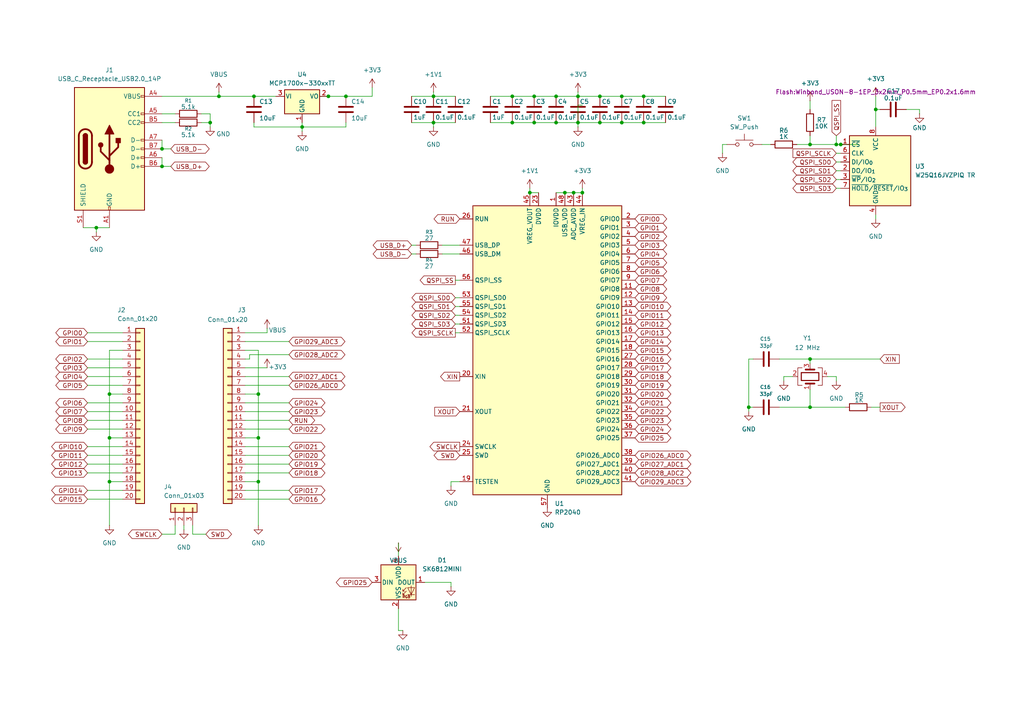
<source format=kicad_sch>
(kicad_sch (version 20250114) (generator "eeschema") (generator_version "9.0")
  (paper "A4")
  (lib_symbols
    (symbol "Connector:USB_C_Receptacle_USB2.0_14P" (pin_names (offset 1.016))
      (property "Reference" "J" (at 0 22.225 0))
      (property "Value" "USB_C_Receptacle_USB2.0_14P" (at 0 19.685 0))
      (symbol "USB_C_Receptacle_USB2.0_14P_1_1"
        (pin passive line (at -7.62 -22.86 90) (length 5.08) (name "SHIELD") (number "S1"))
        (pin passive line (at 0 -22.86 90) (length 5.08) (name "GND") (number "A1"))
        (pin passive line (at 0 -22.86 90) (length 5.08) (hide yes) (name "GND") (number "A12"))
        (pin passive line (at 0 -22.86 90) (length 5.08) (hide yes) (name "GND") (number "B1"))
        (pin passive line (at 0 -22.86 90) (length 5.08) (hide yes) (name "GND") (number "B12"))
        (pin passive line (at 15.24 15.24 180) (length 5.08) (name "VBUS") (number "A4"))
        (pin passive line (at 15.24 15.24 180) (length 5.08) (hide yes) (name "VBUS") (number "A9"))
        (pin passive line (at 15.24 15.24 180) (length 5.08) (hide yes) (name "VBUS") (number "B4"))
        (pin passive line (at 15.24 15.24 180) (length 5.08) (hide yes) (name "VBUS") (number "B9"))
        (pin bidirectional line (at 15.24 10.16 180) (length 5.08) (name "CC1") (number "A5"))
        (pin bidirectional line (at 15.24 7.62 180) (length 5.08) (name "CC2") (number "B5"))
        (pin bidirectional line (at 15.24 2.54 180) (length 5.08) (name "D-") (number "A7"))
        (pin bidirectional line (at 15.24 0 180) (length 5.08) (name "D-") (number "B7"))
        (pin bidirectional line (at 15.24 -2.54 180) (length 5.08) (name "D+") (number "A6"))
        (pin bidirectional line (at 15.24 -5.08 180) (length 5.08) (name "D+") (number "B6"))
      )
    )
    (symbol "Connector_Generic:Conn_01x03" (pin_names (offset 1.016) (hide yes))
      (property "Reference" "J" (at 0 5.08 0))
      (property "Value" "Conn_01x03" (at 0 -5.08 0))
      (symbol "Conn_01x03_1_1"
        (pin passive line (at -5.08 2.54 0) (length 3.81) (name "Pin_1") (number "1"))
        (pin passive line (at -5.08 0 0) (length 3.81) (name "Pin_2") (number "2"))
        (pin passive line (at -5.08 -2.54 0) (length 3.81) (name "Pin_3") (number "3"))
      )
    )
    (symbol "Connector_Generic:Conn_01x20" (pin_names (offset 1.016) (hide yes))
      (property "Reference" "J" (at 0 25.4 0))
      (property "Value" "Conn_01x20" (at 0 -27.94 0))
      (symbol "Conn_01x20_1_1"
        (pin passive line (at -5.08 22.86 0) (length 3.81) (name "Pin_1") (number "1"))
        (pin passive line (at -5.08 20.32 0) (length 3.81) (name "Pin_2") (number "2"))
        (pin passive line (at -5.08 17.78 0) (length 3.81) (name "Pin_3") (number "3"))
        (pin passive line (at -5.08 15.24 0) (length 3.81) (name "Pin_4") (number "4"))
        (pin passive line (at -5.08 12.7 0) (length 3.81) (name "Pin_5") (number "5"))
        (pin passive line (at -5.08 10.16 0) (length 3.81) (name "Pin_6") (number "6"))
        (pin passive line (at -5.08 7.62 0) (length 3.81) (name "Pin_7") (number "7"))
        (pin passive line (at -5.08 5.08 0) (length 3.81) (name "Pin_8") (number "8"))
        (pin passive line (at -5.08 2.54 0) (length 3.81) (name "Pin_9") (number "9"))
        (pin passive line (at -5.08 0 0) (length 3.81) (name "Pin_10") (number "10"))
        (pin passive line (at -5.08 -2.54 0) (length 3.81) (name "Pin_11") (number "11"))
        (pin passive line (at -5.08 -5.08 0) (length 3.81) (name "Pin_12") (number "12"))
        (pin passive line (at -5.08 -7.62 0) (length 3.81) (name "Pin_13") (number "13"))
        (pin passive line (at -5.08 -10.16 0) (length 3.81) (name "Pin_14") (number "14"))
        (pin passive line (at -5.08 -12.7 0) (length 3.81) (name "Pin_15") (number "15"))
        (pin passive line (at -5.08 -15.24 0) (length 3.81) (name "Pin_16") (number "16"))
        (pin passive line (at -5.08 -17.78 0) (length 3.81) (name "Pin_17") (number "17"))
        (pin passive line (at -5.08 -20.32 0) (length 3.81) (name "Pin_18") (number "18"))
        (pin passive line (at -5.08 -22.86 0) (length 3.81) (name "Pin_19") (number "19"))
        (pin passive line (at -5.08 -25.4 0) (length 3.81) (name "Pin_20") (number "20"))
      )
    )
    (symbol "Device:C" (pin_numbers (hide yes)) (pin_names (offset 0.254))
      (property "Reference" "C" (at 0.635 2.54 0))
      (property "Value" "C" (at 0.635 -2.54 0))
      (symbol "C_1_1"
        (pin passive line (at 0 3.81 270) (length 2.794) (name "~") (number "1"))
        (pin passive line (at 0 -3.81 90) (length 2.794) (name "~") (number "2"))
      )
    )
    (symbol "Device:Crystal_GND24" (pin_names (offset 1.016) (hide yes))
      (property "Reference" "Y" (at 3.175 5.08 0))
      (property "Value" "Crystal_GND24" (at 3.175 3.175 0))
      (symbol "Crystal_GND24_1_1"
        (pin passive line (at -3.81 0 0) (length 1.27) (name "1") (number "1"))
        (pin passive line (at 0 5.08 270) (length 1.27) (name "2") (number "2"))
        (pin passive line (at 0 -5.08 90) (length 1.27) (name "4") (number "4"))
        (pin passive line (at 3.81 0 180) (length 1.27) (name "3") (number "3"))
      )
    )
    (symbol "Device:R" (pin_numbers (hide yes)) (pin_names (offset 0))
      (property "Reference" "R" (at 2.032 0 90))
      (property "Value" "R" (at 0 0 90))
      (symbol "R_1_1"
        (pin passive line (at 0 3.81 270) (length 1.27) (name "~") (number "1"))
        (pin passive line (at 0 -3.81 90) (length 1.27) (name "~") (number "2"))
      )
    )
    (symbol "LED:SK6812MINI" (pin_names (offset 0.254))
      (property "Reference" "D" (at 5.08 5.715 0))
      (property "Value" "SK6812MINI" (at 1.27 -5.715 0))
      (symbol "SK6812MINI_0_0"
        (text "RGB" (at 2.286 -4.191 0) (effects (font (size 0.762 0.762))))
      )
      (symbol "SK6812MINI_1_1"
        (pin input line (at -7.62 0 0) (length 2.54) (name "DIN") (number "3"))
        (pin power_in line (at 0 7.62 270) (length 2.54) (name "VDD") (number "4"))
        (pin power_in line (at 0 -7.62 90) (length 2.54) (name "VSS") (number "2"))
        (pin output line (at 7.62 0 180) (length 2.54) (name "DOUT") (number "1"))
      )
    )
    (symbol "MCU_RaspberryPi:RP2040"
      (property "Reference" "U" (at 17.78 45.72 0))
      (property "Value" "RP2040" (at 17.78 43.18 0))
      (symbol "RP2040_1_1"
        (pin input line (at -25.4 38.1 0) (length 3.81) (name "RUN") (number "26"))
        (pin bidirectional line (at -25.4 30.48 0) (length 3.81) (name "USB_DP") (number "47"))
        (pin bidirectional line (at -25.4 27.94 0) (length 3.81) (name "USB_DM") (number "46"))
        (pin bidirectional line (at -25.4 20.32 0) (length 3.81) (name "QSPI_SS") (number "56"))
        (pin bidirectional line (at -25.4 15.24 0) (length 3.81) (name "QSPI_SD0") (number "53"))
        (pin bidirectional line (at -25.4 12.7 0) (length 3.81) (name "QSPI_SD1") (number "55"))
        (pin bidirectional line (at -25.4 10.16 0) (length 3.81) (name "QSPI_SD2") (number "54"))
        (pin bidirectional line (at -25.4 7.62 0) (length 3.81) (name "QSPI_SD3") (number "51"))
        (pin output line (at -25.4 5.08 0) (length 3.81) (name "QSPI_SCLK") (number "52"))
        (pin input line (at -25.4 -7.62 0) (length 3.81) (name "XIN") (number "20"))
        (pin passive line (at -25.4 -17.78 0) (length 3.81) (name "XOUT") (number "21"))
        (pin input line (at -25.4 -27.94 0) (length 3.81) (name "SWCLK") (number "24"))
        (pin bidirectional line (at -25.4 -30.48 0) (length 3.81) (name "SWD") (number "25"))
        (pin input line (at -25.4 -38.1 0) (length 3.81) (name "TESTEN") (number "19"))
        (pin power_out line (at -5.08 45.72 270) (length 3.81) (name "VREG_VOUT") (number "45"))
        (pin power_in line (at -2.54 45.72 270) (length 3.81) (name "DVDD") (number "23"))
        (pin passive line (at -2.54 45.72 270) (length 3.81) (hide yes) (name "DVDD") (number "50"))
        (pin power_in line (at 0 -45.72 90) (length 3.81) (name "GND") (number "57"))
        (pin power_in line (at 2.54 45.72 270) (length 3.81) (name "IOVDD") (number "1"))
        (pin passive line (at 2.54 45.72 270) (length 3.81) (hide yes) (name "IOVDD") (number "10"))
        (pin passive line (at 2.54 45.72 270) (length 3.81) (hide yes) (name "IOVDD") (number "22"))
        (pin passive line (at 2.54 45.72 270) (length 3.81) (hide yes) (name "IOVDD") (number "33"))
        (pin passive line (at 2.54 45.72 270) (length 3.81) (hide yes) (name "IOVDD") (number "42"))
        (pin passive line (at 2.54 45.72 270) (length 3.81) (hide yes) (name "IOVDD") (number "49"))
        (pin power_in line (at 5.08 45.72 270) (length 3.81) (name "USB_VDD") (number "48"))
        (pin power_in line (at 7.62 45.72 270) (length 3.81) (name "ADC_AVDD") (number "43"))
        (pin power_in line (at 10.16 45.72 270) (length 3.81) (name "VREG_IN") (number "44"))
        (pin bidirectional line (at 25.4 38.1 180) (length 3.81) (name "GPIO0") (number "2"))
        (pin bidirectional line (at 25.4 35.56 180) (length 3.81) (name "GPIO1") (number "3"))
        (pin bidirectional line (at 25.4 33.02 180) (length 3.81) (name "GPIO2") (number "4"))
        (pin bidirectional line (at 25.4 30.48 180) (length 3.81) (name "GPIO3") (number "5"))
        (pin bidirectional line (at 25.4 27.94 180) (length 3.81) (name "GPIO4") (number "6"))
        (pin bidirectional line (at 25.4 25.4 180) (length 3.81) (name "GPIO5") (number "7"))
        (pin bidirectional line (at 25.4 22.86 180) (length 3.81) (name "GPIO6") (number "8"))
        (pin bidirectional line (at 25.4 20.32 180) (length 3.81) (name "GPIO7") (number "9"))
        (pin bidirectional line (at 25.4 17.78 180) (length 3.81) (name "GPIO8") (number "11"))
        (pin bidirectional line (at 25.4 15.24 180) (length 3.81) (name "GPIO9") (number "12"))
        (pin bidirectional line (at 25.4 12.7 180) (length 3.81) (name "GPIO10") (number "13"))
        (pin bidirectional line (at 25.4 10.16 180) (length 3.81) (name "GPIO11") (number "14"))
        (pin bidirectional line (at 25.4 7.62 180) (length 3.81) (name "GPIO12") (number "15"))
        (pin bidirectional line (at 25.4 5.08 180) (length 3.81) (name "GPIO13") (number "16"))
        (pin bidirectional line (at 25.4 2.54 180) (length 3.81) (name "GPIO14") (number "17"))
        (pin bidirectional line (at 25.4 0 180) (length 3.81) (name "GPIO15") (number "18"))
        (pin bidirectional line (at 25.4 -2.54 180) (length 3.81) (name "GPIO16") (number "27"))
        (pin bidirectional line (at 25.4 -5.08 180) (length 3.81) (name "GPIO17") (number "28"))
        (pin bidirectional line (at 25.4 -7.62 180) (length 3.81) (name "GPIO18") (number "29"))
        (pin bidirectional line (at 25.4 -10.16 180) (length 3.81) (name "GPIO19") (number "30"))
        (pin bidirectional line (at 25.4 -12.7 180) (length 3.81) (name "GPIO20") (number "31"))
        (pin bidirectional line (at 25.4 -15.24 180) (length 3.81) (name "GPIO21") (number "32"))
        (pin bidirectional line (at 25.4 -17.78 180) (length 3.81) (name "GPIO22") (number "34"))
        (pin bidirectional line (at 25.4 -20.32 180) (length 3.81) (name "GPIO23") (number "35"))
        (pin bidirectional line (at 25.4 -22.86 180) (length 3.81) (name "GPIO24") (number "36"))
        (pin bidirectional line (at 25.4 -25.4 180) (length 3.81) (name "GPIO25") (number "37"))
        (pin bidirectional line (at 25.4 -30.48 180) (length 3.81) (name "GPIO26_ADC0") (number "38"))
        (pin bidirectional line (at 25.4 -33.02 180) (length 3.81) (name "GPIO27_ADC1") (number "39"))
        (pin bidirectional line (at 25.4 -35.56 180) (length 3.81) (name "GPIO28_ADC2") (number "40"))
        (pin bidirectional line (at 25.4 -38.1 180) (length 3.81) (name "GPIO29_ADC3") (number "41"))
      )
    )
    (symbol "Memory_Flash:W25Q128JVS"
      (property "Reference" "U" (at -6.35 11.43 0))
      (property "Value" "W25Q128JVS" (at 7.62 11.43 0))
      (symbol "W25Q128JVS_1_1"
        (pin input line (at -10.16 7.62 0) (length 2.54) (name "~{CS}") (number "1"))
        (pin input line (at -10.16 5.08 0) (length 2.54) (name "CLK") (number "6"))
        (pin bidirectional line (at -10.16 2.54 0) (length 2.54) (name "DI/IO_{0}") (number "5"))
        (pin bidirectional line (at -10.16 0 0) (length 2.54) (name "DO/IO_{1}") (number "2"))
        (pin bidirectional line (at -10.16 -2.54 0) (length 2.54) (name "~{WP}/IO_{2}") (number "3"))
        (pin bidirectional line (at -10.16 -5.08 0) (length 2.54) (name "~{HOLD}/~{RESET}/IO_{3}") (number "7"))
        (pin power_in line (at 0 12.7 270) (length 2.54) (name "VCC") (number "8"))
        (pin power_in line (at 0 -12.7 90) (length 2.54) (name "GND") (number "4"))
      )
    )
    (symbol "Regulator_Linear:MCP1700x-330xxTT" (pin_names (offset 0.254))
      (property "Reference" "U" (at -3.81 3.175 0))
      (property "Value" "MCP1700x-330xxTT" (at 0 3.175 0))
      (symbol "MCP1700x-330xxTT_1_1"
        (pin power_in line (at -7.62 0 0) (length 2.54) (name "VI") (number "3"))
        (pin power_in line (at 0 -7.62 90) (length 2.54) (name "GND") (number "1"))
        (pin power_out line (at 7.62 0 180) (length 2.54) (name "VO") (number "2"))
      )
    )
    (symbol "Switch:SW_Push" (pin_numbers (hide yes)) (pin_names (offset 1.016) (hide yes))
      (property "Reference" "SW" (at 1.27 2.54 0))
      (property "Value" "SW_Push" (at 0 -1.524 0))
      (symbol "SW_Push_0_1"
        (pin passive line (at -5.08 0 0) (length 2.54) (name "1") (number "1"))
        (pin passive line (at 5.08 0 180) (length 2.54) (name "2") (number "2"))
      )
    )
    (symbol "power:+1V1" (power) (pin_numbers (hide yes)) (pin_names (offset 0) (hide yes))
      (property "Value" "+1V1" (at 0 3.556 0))
      (symbol "+1V1_1_1"
        (pin power_in line (at 0 0 90) (length 0) (name "~") (number "1"))
      )
    )
    (symbol "power:+3.3V" (power) (pin_numbers (hide yes)) (pin_names (offset 0) (hide yes))
      (property "Value" "+3.3V" (at 0 3.556 0))
      (symbol "+3.3V_1_1"
        (pin power_in line (at 0 0 90) (length 0) (name "~") (number "1"))
      )
    )
    (symbol "power:+3V3" (power) (pin_numbers (hide yes)) (pin_names (offset 0) (hide yes))
      (property "Value" "+3V3" (at 0 3.556 0))
      (symbol "+3V3_1_1"
        (pin power_in line (at 0 0 90) (length 0) (name "~") (number "1"))
      )
    )
    (symbol "power:GND" (power) (pin_numbers (hide yes)) (pin_names (offset 0) (hide yes))
      (property "Value" "GND" (at 0 -3.81 0))
      (symbol "GND_1_1"
        (pin power_in line (at 0 0 270) (length 0) (name "~") (number "1"))
      )
    )
    (symbol "power:VBUS" (power) (pin_numbers (hide yes)) (pin_names (offset 0) (hide yes))
      (property "Value" "VBUS" (at 0 3.556 0))
      (symbol "VBUS_1_1"
        (pin power_in line (at 0 0 90) (length 0) (name "~") (number "1"))
      )
    )
  )
  (junction (at 254 31.75))
  (junction (at 161.29 27.94))
  (junction (at 166.37 55.88))
  (junction (at 161.29 35.56))
  (junction (at 168.91 55.88))
  (junction (at 100.33 27.94))
  (junction (at 234.95 118.11))
  (junction (at 180.34 35.56))
  (junction (at 27.94 66.04))
  (junction (at 31.75 114.3))
  (junction (at 180.34 27.94))
  (junction (at 46.99 48.26))
  (junction (at 63.5 27.94))
  (junction (at 234.95 104.14))
  (junction (at 74.93 114.3))
  (junction (at 95.25 27.94))
  (junction (at 186.69 35.56))
  (junction (at 173.99 35.56))
  (junction (at 148.59 27.94))
  (junction (at 87.63 36.83))
  (junction (at 74.93 127))
  (junction (at 74.93 139.7))
  (junction (at 242.57 41.91))
  (junction (at 154.94 27.94))
  (junction (at 243.84 41.91))
  (junction (at 153.67 55.88))
  (junction (at 46.99 43.18))
  (junction (at 186.69 27.94))
  (junction (at 167.64 35.56))
  (junction (at 31.75 139.7))
  (junction (at 60.96 35.56))
  (junction (at 148.59 35.56))
  (junction (at 234.95 41.91))
  (junction (at 217.17 118.11))
  (junction (at 167.64 27.94))
  (junction (at 125.73 35.56))
  (junction (at 31.75 127))
  (junction (at 154.94 35.56))
  (junction (at 173.99 27.94))
  (junction (at 163.83 55.88))
  (junction (at 73.66 27.94))
  (junction (at 125.73 27.94))
  (wire (pts (xy 168.91 54.61) (xy 168.91 55.88)))
  (wire (pts (xy 74.93 101.6) (xy 74.93 114.3)))
  (wire (pts (xy 25.4 134.62) (xy 35.56 134.62)))
  (wire (pts (xy 161.29 35.56) (xy 167.64 35.56)))
  (wire (pts (xy 128.27 71.12) (xy 133.35 71.12)))
  (wire (pts (xy 148.59 27.94) (xy 154.94 27.94)))
  (wire (pts (xy 35.56 139.7) (xy 31.75 139.7)))
  (wire (pts (xy 107.95 25.4) (xy 107.95 27.94)))
  (wire (pts (xy 248.92 41.91) (xy 243.84 41.91)))
  (wire (pts (xy 71.12 106.68) (xy 77.47 106.68)))
  (wire (pts (xy 24.13 66.04) (xy 27.94 66.04)))
  (wire (pts (xy 242.57 44.45) (xy 243.84 44.45)))
  (wire (pts (xy 220.98 41.91) (xy 223.52 41.91)))
  (wire (pts (xy 132.08 88.9) (xy 133.35 88.9)))
  (wire (pts (xy 25.4 142.24) (xy 35.56 142.24)))
  (wire (pts (xy 161.29 55.88) (xy 163.83 55.88)))
  (wire (pts (xy 130.81 168.91) (xy 130.81 170.18)))
  (wire (pts (xy 262.89 31.75) (xy 266.7 31.75)))
  (wire (pts (xy 242.57 41.91) (xy 243.84 41.91)))
  (wire (pts (xy 115.57 176.53) (xy 115.57 182.88)))
  (wire (pts (xy 186.69 35.56) (xy 193.04 35.56)))
  (wire (pts (xy 46.99 33.02) (xy 50.8 33.02)))
  (wire (pts (xy 83.82 134.62) (xy 71.12 134.62)))
  (wire (pts (xy 71.12 127) (xy 74.93 127)))
  (wire (pts (xy 173.99 27.94) (xy 180.34 27.94)))
  (wire (pts (xy 125.73 27.94) (xy 132.08 27.94)))
  (wire (pts (xy 83.82 142.24) (xy 71.12 142.24)))
  (wire (pts (xy 125.73 35.56) (xy 132.08 35.56)))
  (wire (pts (xy 60.96 35.56) (xy 60.96 36.83)))
  (wire (pts (xy 27.94 66.04) (xy 31.75 66.04)))
  (wire (pts (xy 25.4 137.16) (xy 35.56 137.16)))
  (wire (pts (xy 50.8 152.4) (xy 50.8 154.94)))
  (wire (pts (xy 83.82 116.84) (xy 71.12 116.84)))
  (wire (pts (xy 234.95 104.14) (xy 234.95 105.41)))
  (wire (pts (xy 163.83 55.88) (xy 166.37 55.88)))
  (wire (pts (xy 25.4 104.14) (xy 35.56 104.14)))
  (wire (pts (xy 153.67 55.88) (xy 156.21 55.88)))
  (wire (pts (xy 55.88 154.94) (xy 59.69 154.94)))
  (wire (pts (xy 73.66 36.83) (xy 87.63 36.83)))
  (wire (pts (xy 132.08 96.52) (xy 133.35 96.52)))
  (wire (pts (xy 229.87 109.22) (xy 227.33 109.22)))
  (wire (pts (xy 242.57 49.53) (xy 243.84 49.53)))
  (wire (pts (xy 173.99 35.56) (xy 180.34 35.56)))
  (wire (pts (xy 25.4 111.76) (xy 35.56 111.76)))
  (wire (pts (xy 119.38 71.12) (xy 120.65 71.12)))
  (wire (pts (xy 166.37 55.88) (xy 168.91 55.88)))
  (wire (pts (xy 167.64 26.67) (xy 167.64 27.94)))
  (wire (pts (xy 209.55 41.91) (xy 209.55 44.45)))
  (wire (pts (xy 115.57 182.88) (xy 116.84 182.88)))
  (wire (pts (xy 46.99 43.18) (xy 49.53 43.18)))
  (wire (pts (xy 142.24 27.94) (xy 148.59 27.94)))
  (wire (pts (xy 234.95 39.37) (xy 234.95 41.91)))
  (wire (pts (xy 46.99 48.26) (xy 49.53 48.26)))
  (wire (pts (xy 123.19 168.91) (xy 130.81 168.91)))
  (wire (pts (xy 217.17 118.11) (xy 217.17 119.38)))
  (wire (pts (xy 254 31.75) (xy 255.27 31.75)))
  (wire (pts (xy 46.99 154.94) (xy 50.8 154.94)))
  (wire (pts (xy 242.57 46.99) (xy 243.84 46.99)))
  (wire (pts (xy 167.64 30.48) (xy 168.91 30.48)))
  (wire (pts (xy 25.4 106.68) (xy 35.56 106.68)))
  (wire (pts (xy 217.17 104.14) (xy 218.44 104.14)))
  (wire (pts (xy 167.64 35.56) (xy 167.64 36.83)))
  (wire (pts (xy 234.95 41.91) (xy 242.57 41.91)))
  (wire (pts (xy 31.75 114.3) (xy 31.75 127)))
  (wire (pts (xy 231.14 41.91) (xy 234.95 41.91)))
  (wire (pts (xy 125.73 35.56) (xy 125.73 36.83)))
  (wire (pts (xy 242.57 52.07) (xy 243.84 52.07)))
  (wire (pts (xy 25.4 121.92) (xy 35.56 121.92)))
  (wire (pts (xy 133.35 139.7) (xy 130.81 139.7)))
  (wire (pts (xy 83.82 121.92) (xy 71.12 121.92)))
  (wire (pts (xy 60.96 33.02) (xy 60.96 35.56)))
  (wire (pts (xy 63.5 26.67) (xy 63.5 27.94)))
  (wire (pts (xy 266.7 31.75) (xy 266.7 33.02)))
  (wire (pts (xy 242.57 39.37) (xy 242.57 41.91)))
  (wire (pts (xy 25.4 129.54) (xy 35.56 129.54)))
  (wire (pts (xy 153.67 54.61) (xy 153.67 55.88)))
  (wire (pts (xy 53.34 152.4) (xy 53.34 153.67)))
  (wire (pts (xy 25.4 124.46) (xy 35.56 124.46)))
  (wire (pts (xy 119.38 73.66) (xy 120.65 73.66)))
  (wire (pts (xy 83.82 119.38) (xy 71.12 119.38)))
  (wire (pts (xy 77.47 95.25) (xy 77.47 96.52)))
  (wire (pts (xy 234.95 113.03) (xy 234.95 118.11)))
  (wire (pts (xy 25.4 99.06) (xy 35.56 99.06)))
  (wire (pts (xy 46.99 40.64) (xy 46.99 43.18)))
  (wire (pts (xy 161.29 27.94) (xy 167.64 27.94)))
  (wire (pts (xy 71.12 139.7) (xy 74.93 139.7)))
  (wire (pts (xy 167.64 35.56) (xy 167.64 30.48)))
  (wire (pts (xy 240.03 109.22) (xy 242.57 109.22)))
  (wire (pts (xy 254 31.75) (xy 254 36.83)))
  (wire (pts (xy 58.42 33.02) (xy 60.96 33.02)))
  (wire (pts (xy 167.64 35.56) (xy 173.99 35.56)))
  (wire (pts (xy 31.75 101.6) (xy 31.75 114.3)))
  (wire (pts (xy 92.71 27.94) (xy 95.25 27.94)))
  (wire (pts (xy 83.82 102.87) (xy 72.39 102.87)))
  (wire (pts (xy 226.06 104.14) (xy 234.95 104.14)))
  (wire (pts (xy 128.27 73.66) (xy 133.35 73.66)))
  (wire (pts (xy 83.82 144.78) (xy 71.12 144.78)))
  (wire (pts (xy 217.17 118.11) (xy 217.17 104.14)))
  (wire (pts (xy 100.33 35.56) (xy 100.33 36.83)))
  (wire (pts (xy 234.95 104.14) (xy 255.27 104.14)))
  (wire (pts (xy 87.63 36.83) (xy 100.33 36.83)))
  (wire (pts (xy 35.56 101.6) (xy 31.75 101.6)))
  (wire (pts (xy 132.08 91.44) (xy 133.35 91.44)))
  (wire (pts (xy 87.63 36.83) (xy 87.63 38.1)))
  (wire (pts (xy 167.64 27.94) (xy 173.99 27.94)))
  (wire (pts (xy 119.38 35.56) (xy 125.73 35.56)))
  (wire (pts (xy 180.34 35.56) (xy 186.69 35.56)))
  (wire (pts (xy 100.33 27.94) (xy 107.95 27.94)))
  (wire (pts (xy 31.75 127) (xy 31.75 139.7)))
  (wire (pts (xy 234.95 118.11) (xy 245.11 118.11)))
  (wire (pts (xy 87.63 35.56) (xy 87.63 36.83)))
  (wire (pts (xy 142.24 35.56) (xy 148.59 35.56)))
  (wire (pts (xy 180.34 27.94) (xy 186.69 27.94)))
  (wire (pts (xy 73.66 36.83) (xy 73.66 35.56)))
  (wire (pts (xy 72.39 104.14) (xy 71.12 104.14)))
  (wire (pts (xy 83.82 111.76) (xy 71.12 111.76)))
  (wire (pts (xy 83.82 137.16) (xy 71.12 137.16)))
  (wire (pts (xy 74.93 127) (xy 74.93 139.7)))
  (wire (pts (xy 218.44 118.11) (xy 217.17 118.11)))
  (wire (pts (xy 95.25 27.94) (xy 100.33 27.94)))
  (wire (pts (xy 25.4 96.52) (xy 35.56 96.52)))
  (wire (pts (xy 83.82 129.54) (xy 71.12 129.54)))
  (wire (pts (xy 130.81 139.7) (xy 130.81 140.97)))
  (wire (pts (xy 132.08 81.28) (xy 133.35 81.28)))
  (wire (pts (xy 115.57 157.48) (xy 115.57 161.29)))
  (wire (pts (xy 71.12 114.3) (xy 74.93 114.3)))
  (wire (pts (xy 119.38 27.94) (xy 125.73 27.94)))
  (wire (pts (xy 73.66 27.94) (xy 80.01 27.94)))
  (wire (pts (xy 242.57 54.61) (xy 243.84 54.61)))
  (wire (pts (xy 132.08 93.98) (xy 133.35 93.98)))
  (wire (pts (xy 60.96 35.56) (xy 58.42 35.56)))
  (wire (pts (xy 83.82 124.46) (xy 71.12 124.46)))
  (wire (pts (xy 242.57 110.49) (xy 242.57 109.22)))
  (wire (pts (xy 35.56 127) (xy 31.75 127)))
  (wire (pts (xy 31.75 114.3) (xy 35.56 114.3)))
  (wire (pts (xy 72.39 102.87) (xy 72.39 104.14)))
  (wire (pts (xy 27.94 67.31) (xy 27.94 66.04)))
  (wire (pts (xy 25.4 132.08) (xy 35.56 132.08)))
  (wire (pts (xy 132.08 86.36) (xy 133.35 86.36)))
  (wire (pts (xy 74.93 114.3) (xy 74.93 127)))
  (wire (pts (xy 31.75 139.7) (xy 31.75 152.4)))
  (wire (pts (xy 252.73 118.11) (xy 255.27 118.11)))
  (wire (pts (xy 46.99 45.72) (xy 46.99 48.26)))
  (wire (pts (xy 154.94 27.94) (xy 161.29 27.94)))
  (wire (pts (xy 25.4 144.78) (xy 35.56 144.78)))
  (wire (pts (xy 25.4 116.84) (xy 35.56 116.84)))
  (wire (pts (xy 25.4 119.38) (xy 35.56 119.38)))
  (wire (pts (xy 227.33 109.22) (xy 227.33 110.49)))
  (wire (pts (xy 234.95 29.21) (xy 234.95 31.75)))
  (wire (pts (xy 83.82 132.08) (xy 71.12 132.08)))
  (wire (pts (xy 83.82 99.06) (xy 71.12 99.06)))
  (wire (pts (xy 71.12 96.52) (xy 77.47 96.52)))
  (wire (pts (xy 186.69 27.94) (xy 193.04 27.94)))
  (wire (pts (xy 25.4 109.22) (xy 35.56 109.22)))
  (wire (pts (xy 46.99 27.94) (xy 63.5 27.94)))
  (wire (pts (xy 55.88 152.4) (xy 55.88 154.94)))
  (wire (pts (xy 226.06 118.11) (xy 234.95 118.11)))
  (wire (pts (xy 83.82 109.22) (xy 71.12 109.22)))
  (wire (pts (xy 63.5 27.94) (xy 73.66 27.94)))
  (wire (pts (xy 74.93 139.7) (xy 74.93 152.4)))
  (wire (pts (xy 254 27.94) (xy 254 31.75)))
  (wire (pts (xy 74.93 101.6) (xy 71.12 101.6)))
  (wire (pts (xy 154.94 35.56) (xy 161.29 35.56)))
  (wire (pts (xy 210.82 41.91) (xy 209.55 41.91)))
  (wire (pts (xy 46.99 35.56) (xy 50.8 35.56)))
  (wire (pts (xy 148.59 35.56) (xy 154.94 35.56)))
  (wire (pts (xy 254 62.23) (xy 254 63.5)))
  (wire (pts (xy 125.73 26.67) (xy 125.73 27.94)))
  (global_label "USB_D-" (shape bidirectional) (at 119.38 73.66 180) (property "Intersheetrefs" "${INTERSHEET_REFS}" (effects (hide yes))))
  (global_label "QSPI_SCLK" (shape input) (at 242.57 44.45 180) (property "Intersheetrefs" "${INTERSHEET_REFS}" (effects (hide yes))))
  (global_label "QSPI_SD0" (shape bidirectional) (at 242.57 46.99 180) (property "Intersheetrefs" "${INTERSHEET_REFS}" (effects (hide yes))))
  (global_label "GPIO14" (shape bidirectional) (at 184.15 99.06 0) (property "Intersheetrefs" "${INTERSHEET_REFS}" (effects (hide yes))))
  (global_label "GPIO11" (shape bidirectional) (at 25.4 132.08 180) (property "Intersheetrefs" "${INTERSHEET_REFS}" (effects (hide yes))))
  (global_label "SWD" (shape bidirectional) (at 133.35 132.08 180) (property "Intersheetrefs" "${INTERSHEET_REFS}" (effects (hide yes))))
  (global_label "GPIO2" (shape bidirectional) (at 184.15 68.58 0) (property "Intersheetrefs" "${INTERSHEET_REFS}" (effects (hide yes))))
  (global_label "GPIO17" (shape bidirectional) (at 184.15 106.68 0) (property "Intersheetrefs" "${INTERSHEET_REFS}" (effects (hide yes))))
  (global_label "QSPI_SD2" (shape bidirectional) (at 242.57 52.07 180) (property "Intersheetrefs" "${INTERSHEET_REFS}" (effects (hide yes))))
  (global_label "GPIO5" (shape bidirectional) (at 184.15 76.2 0) (property "Intersheetrefs" "${INTERSHEET_REFS}" (effects (hide yes))))
  (global_label "QSPI_SD2" (shape bidirectional) (at 132.08 91.44 180) (property "Intersheetrefs" "${INTERSHEET_REFS}" (effects (hide yes))))
  (global_label "USB_D+" (shape bidirectional) (at 119.38 71.12 180) (property "Intersheetrefs" "${INTERSHEET_REFS}" (effects (hide yes))))
  (global_label "GPIO24" (shape bidirectional) (at 83.82 116.84 0) (property "Intersheetrefs" "${INTERSHEET_REFS}" (effects (hide yes))))
  (global_label "GPIO4" (shape bidirectional) (at 184.15 73.66 0) (property "Intersheetrefs" "${INTERSHEET_REFS}" (effects (hide yes))))
  (global_label "GPIO7" (shape bidirectional) (at 184.15 81.28 0) (property "Intersheetrefs" "${INTERSHEET_REFS}" (effects (hide yes))))
  (global_label "GPIO26_ADC0" (shape bidirectional) (at 184.15 132.08 0) (property "Intersheetrefs" "${INTERSHEET_REFS}" (effects (hide yes))))
  (global_label "GPIO17" (shape bidirectional) (at 83.82 142.24 0) (property "Intersheetrefs" "${INTERSHEET_REFS}" (effects (hide yes))))
  (global_label "GPIO20" (shape bidirectional) (at 83.82 132.08 0) (property "Intersheetrefs" "${INTERSHEET_REFS}" (effects (hide yes))))
  (global_label "GPIO12" (shape bidirectional) (at 184.15 93.98 0) (property "Intersheetrefs" "${INTERSHEET_REFS}" (effects (hide yes))))
  (global_label "RUN" (shape bidirectional) (at 133.35 63.5 180) (property "Intersheetrefs" "${INTERSHEET_REFS}" (effects (hide yes))))
  (global_label "GPIO10" (shape bidirectional) (at 25.4 129.54 180) (property "Intersheetrefs" "${INTERSHEET_REFS}" (effects (hide yes))))
  (global_label "GPIO18" (shape bidirectional) (at 83.82 137.16 0) (property "Intersheetrefs" "${INTERSHEET_REFS}" (effects (hide yes))))
  (global_label "GPIO5" (shape bidirectional) (at 25.4 111.76 180) (property "Intersheetrefs" "${INTERSHEET_REFS}" (effects (hide yes))))
  (global_label "USB_D-" (shape bidirectional) (at 49.53 43.18 0) (property "Intersheetrefs" "${INTERSHEET_REFS}" (effects (hide yes))))
  (global_label "GPIO18" (shape bidirectional) (at 184.15 109.22 0) (property "Intersheetrefs" "${INTERSHEET_REFS}" (effects (hide yes))))
  (global_label "GPIO1" (shape bidirectional) (at 184.15 66.04 0) (property "Intersheetrefs" "${INTERSHEET_REFS}" (effects (hide yes))))
  (global_label "GPIO25" (shape bidirectional) (at 107.95 168.91 180) (property "Intersheetrefs" "${INTERSHEET_REFS}" (effects (hide yes))))
  (global_label "SWCLK" (shape output) (at 133.35 129.54 180) (property "Intersheetrefs" "${INTERSHEET_REFS}" (effects (hide yes))))
  (global_label "GPIO7" (shape bidirectional) (at 25.4 119.38 180) (property "Intersheetrefs" "${INTERSHEET_REFS}" (effects (hide yes))))
  (global_label "GPIO27_ADC1" (shape bidirectional) (at 83.82 109.22 0) (property "Intersheetrefs" "${INTERSHEET_REFS}" (effects (hide yes))))
  (global_label "GPIO21" (shape bidirectional) (at 83.82 129.54 0) (property "Intersheetrefs" "${INTERSHEET_REFS}" (effects (hide yes))))
  (global_label "GPIO15" (shape bidirectional) (at 184.15 101.6 0) (property "Intersheetrefs" "${INTERSHEET_REFS}" (effects (hide yes))))
  (global_label "QSPI_SD0" (shape bidirectional) (at 132.08 86.36 180) (property "Intersheetrefs" "${INTERSHEET_REFS}" (effects (hide yes))))
  (global_label "QSPI_SD1" (shape bidirectional) (at 242.57 49.53 180) (property "Intersheetrefs" "${INTERSHEET_REFS}" (effects (hide yes))))
  (global_label "QSPI_SD3" (shape bidirectional) (at 132.08 93.98 180) (property "Intersheetrefs" "${INTERSHEET_REFS}" (effects (hide yes))))
  (global_label "GPIO9" (shape bidirectional) (at 25.4 124.46 180) (property "Intersheetrefs" "${INTERSHEET_REFS}" (effects (hide yes))))
  (global_label "GPIO0" (shape bidirectional) (at 25.4 96.52 180) (property "Intersheetrefs" "${INTERSHEET_REFS}" (effects (hide yes))))
  (global_label "XIN" (shape output) (at 133.35 109.22 180) (property "Intersheetrefs" "${INTERSHEET_REFS}" (effects (hide yes))))
  (global_label "GPIO3" (shape bidirectional) (at 184.15 71.12 0) (property "Intersheetrefs" "${INTERSHEET_REFS}" (effects (hide yes))))
  (global_label "GPIO16" (shape bidirectional) (at 83.82 144.78 0) (property "Intersheetrefs" "${INTERSHEET_REFS}" (effects (hide yes))))
  (global_label "GPIO19" (shape bidirectional) (at 83.82 134.62 0) (property "Intersheetrefs" "${INTERSHEET_REFS}" (effects (hide yes))))
  (global_label "QSPI_SCLK" (shape output) (at 132.08 96.52 180) (property "Intersheetrefs" "${INTERSHEET_REFS}" (effects (hide yes))))
  (global_label "GPIO6" (shape bidirectional) (at 184.15 78.74 0) (property "Intersheetrefs" "${INTERSHEET_REFS}" (effects (hide yes))))
  (global_label "GPIO12" (shape bidirectional) (at 25.4 134.62 180) (property "Intersheetrefs" "${INTERSHEET_REFS}" (effects (hide yes))))
  (global_label "SWD" (shape bidirectional) (at 59.69 154.94 0) (property "Intersheetrefs" "${INTERSHEET_REFS}" (effects (hide yes))))
  (global_label "GPIO28_ADC2" (shape bidirectional) (at 184.15 137.16 0) (property "Intersheetrefs" "${INTERSHEET_REFS}" (effects (hide yes))))
  (global_label "QSPI_SS" (shape input) (at 242.57 39.37 90) (property "Intersheetrefs" "${INTERSHEET_REFS}" (effects (hide yes))))
  (global_label "GPIO1" (shape bidirectional) (at 25.4 99.06 180) (property "Intersheetrefs" "${INTERSHEET_REFS}" (effects (hide yes))))
  (global_label "GPIO15" (shape bidirectional) (at 25.4 144.78 180) (property "Intersheetrefs" "${INTERSHEET_REFS}" (effects (hide yes))))
  (global_label "GPIO10" (shape bidirectional) (at 184.15 88.9 0) (property "Intersheetrefs" "${INTERSHEET_REFS}" (effects (hide yes))))
  (global_label "GPIO22" (shape bidirectional) (at 184.15 119.38 0) (property "Intersheetrefs" "${INTERSHEET_REFS}" (effects (hide yes))))
  (global_label "GPIO16" (shape bidirectional) (at 184.15 104.14 0) (property "Intersheetrefs" "${INTERSHEET_REFS}" (effects (hide yes))))
  (global_label "GPIO22" (shape bidirectional) (at 83.82 124.46 0) (property "Intersheetrefs" "${INTERSHEET_REFS}" (effects (hide yes))))
  (global_label "GPIO28_ADC2" (shape bidirectional) (at 83.82 102.87 0) (property "Intersheetrefs" "${INTERSHEET_REFS}" (effects (hide yes))))
  (global_label "GPIO4" (shape bidirectional) (at 25.4 109.22 180) (property "Intersheetrefs" "${INTERSHEET_REFS}" (effects (hide yes))))
  (global_label "XIN" (shape input) (at 255.27 104.14 0) (property "Intersheetrefs" "${INTERSHEET_REFS}" (effects (hide yes))))
  (global_label "GPIO29_ADC3" (shape bidirectional) (at 184.15 139.7 0) (property "Intersheetrefs" "${INTERSHEET_REFS}" (effects (hide yes))))
  (global_label "XOUT" (shape input) (at 133.35 119.38 180) (property "Intersheetrefs" "${INTERSHEET_REFS}" (effects (hide yes))))
  (global_label "GPIO13" (shape bidirectional) (at 184.15 96.52 0) (property "Intersheetrefs" "${INTERSHEET_REFS}" (effects (hide yes))))
  (global_label "GPIO8" (shape bidirectional) (at 25.4 121.92 180) (property "Intersheetrefs" "${INTERSHEET_REFS}" (effects (hide yes))))
  (global_label "GPIO23" (shape bidirectional) (at 184.15 121.92 0) (property "Intersheetrefs" "${INTERSHEET_REFS}" (effects (hide yes))))
  (global_label "GPIO8" (shape bidirectional) (at 184.15 83.82 0) (property "Intersheetrefs" "${INTERSHEET_REFS}" (effects (hide yes))))
  (global_label "GPIO25" (shape bidirectional) (at 184.15 127 0) (property "Intersheetrefs" "${INTERSHEET_REFS}" (effects (hide yes))))
  (global_label "RUN" (shape bidirectional) (at 83.82 121.92 0) (property "Intersheetrefs" "${INTERSHEET_REFS}" (effects (hide yes))))
  (global_label "GPIO3" (shape bidirectional) (at 25.4 106.68 180) (property "Intersheetrefs" "${INTERSHEET_REFS}" (effects (hide yes))))
  (global_label "GPIO29_ADC3" (shape bidirectional) (at 83.82 99.06 0) (property "Intersheetrefs" "${INTERSHEET_REFS}" (effects (hide yes))))
  (global_label "GPIO0" (shape bidirectional) (at 184.15 63.5 0) (property "Intersheetrefs" "${INTERSHEET_REFS}" (effects (hide yes))))
  (global_label "XOUT" (shape output) (at 255.27 118.11 0) (property "Intersheetrefs" "${INTERSHEET_REFS}" (effects (hide yes))))
  (global_label "QSPI_SS" (shape output) (at 132.08 81.28 180) (property "Intersheetrefs" "${INTERSHEET_REFS}" (effects (hide yes))))
  (global_label "GPIO9" (shape bidirectional) (at 184.15 86.36 0) (property "Intersheetrefs" "${INTERSHEET_REFS}" (effects (hide yes))))
  (global_label "GPIO2" (shape bidirectional) (at 25.4 104.14 180) (property "Intersheetrefs" "${INTERSHEET_REFS}" (effects (hide yes))))
  (global_label "GPIO11" (shape bidirectional) (at 184.15 91.44 0) (property "Intersheetrefs" "${INTERSHEET_REFS}" (effects (hide yes))))
  (global_label "GPIO6" (shape bidirectional) (at 25.4 116.84 180) (property "Intersheetrefs" "${INTERSHEET_REFS}" (effects (hide yes))))
  (global_label "QSPI_SD1" (shape bidirectional) (at 132.08 88.9 180) (property "Intersheetrefs" "${INTERSHEET_REFS}" (effects (hide yes))))
  (global_label "USB_D+" (shape bidirectional) (at 49.53 48.26 0) (property "Intersheetrefs" "${INTERSHEET_REFS}" (effects (hide yes))))
  (global_label "GPIO14" (shape bidirectional) (at 25.4 142.24 180) (property "Intersheetrefs" "${INTERSHEET_REFS}" (effects (hide yes))))
  (global_label "GPIO27_ADC1" (shape bidirectional) (at 184.15 134.62 0) (property "Intersheetrefs" "${INTERSHEET_REFS}" (effects (hide yes))))
  (global_label "GPIO13" (shape bidirectional) (at 25.4 137.16 180) (property "Intersheetrefs" "${INTERSHEET_REFS}" (effects (hide yes))))
  (global_label "GPIO19" (shape bidirectional) (at 184.15 111.76 0) (property "Intersheetrefs" "${INTERSHEET_REFS}" (effects (hide yes))))
  (global_label "QSPI_SD3" (shape bidirectional) (at 242.57 54.61 180) (property "Intersheetrefs" "${INTERSHEET_REFS}" (effects (hide yes))))
  (global_label "GPIO24" (shape bidirectional) (at 184.15 124.46 0) (property "Intersheetrefs" "${INTERSHEET_REFS}" (effects (hide yes))))
  (global_label "SWCLK" (shape bidirectional) (at 46.99 154.94 180) (property "Intersheetrefs" "${INTERSHEET_REFS}" (effects (hide yes))))
  (global_label "GPIO20" (shape bidirectional) (at 184.15 114.3 0) (property "Intersheetrefs" "${INTERSHEET_REFS}" (effects (hide yes))))
  (global_label "GPIO26_ADC0" (shape bidirectional) (at 83.82 111.76 0) (property "Intersheetrefs" "${INTERSHEET_REFS}" (effects (hide yes))))
  (global_label "GPIO23" (shape bidirectional) (at 83.82 119.38 0) (property "Intersheetrefs" "${INTERSHEET_REFS}" (effects (hide yes))))
  (global_label "GPIO21" (shape bidirectional) (at 184.15 116.84 0) (property "Intersheetrefs" "${INTERSHEET_REFS}" (effects (hide yes))))
  (symbol (lib_id "LED:SK6812MINI") (at 115.57 168.91 0) (unit 1)
    (property "Reference" "D1" (at 128.27 162.4898 0))
    (property "Value" "SK6812MINI" (at 128.27 165.0298 0))
    (property "Footprint" "Flash:MX_SK6812MINI-E" (effects (hide yes)))
    (property "Datasheet" "https://cdn-shop.adafruit.com/product-files/2686/SK6812MINI_REV.01-1-2.pdf" (effects (hide yes)))
    (property "Description" "RGB LED with integrated controller" (effects (hide yes)))
  )
  (symbol (lib_id "Device:C") (at 148.59 31.75 0) (unit 1)
    (property "Reference" "C2" (at 149.098 29.464 0) (effects (justify left)))
    (property "Value" "0.1uF" (at 149.098 34.036 0) (effects (justify left)))
    (property "Footprint" "Capacitor_SMD:C_0402_1005Metric" (effects (hide yes)))
    (property "Description" "Unpolarized capacitor" (effects (hide yes)))
  )
  (symbol (lib_id "MCU_RaspberryPi:RP2040") (at 158.75 101.6 0) (unit 1)
    (property "Reference" "U1" (at 160.8933 146.05 0) (effects (justify left)))
    (property "Value" "RP2040" (at 160.8933 148.59 0) (effects (justify left)))
    (property "Footprint" "Package_DFN_QFN:QFN-56-1EP_7x7mm_P0.4mm_EP3.2x3.2mm" (effects (hide yes)))
    (property "Datasheet" "https://datasheets.raspberrypi.com/rp2040/rp2040-datasheet.pdf" (effects (hide yes)))
    (property "Description" "A microcontroller by Raspberry Pi" (effects (hide yes)))
  )
  (symbol (lib_id "Device:R") (at 124.46 73.66 90) (unit 1)
    (property "Reference" "R4" (at 124.46 75.438 90) (effects (font (size 1.016 1.016))))
    (property "Value" "27" (at 124.46 77.216 90))
    (property "Footprint" "Resistor_SMD:R_0402_1005Metric" (effects (hide yes)))
    (property "Description" "Resistor" (effects (hide yes)))
  )
  (symbol (lib_id "Regulator_Linear:MCP1700x-330xxTT") (at 87.63 27.94 0) (unit 1)
    (property "Reference" "U4" (at 87.63 21.59 0))
    (property "Value" "MCP1700x-330xxTT" (at 87.63 24.13 0))
    (property "Footprint" "Package_TO_SOT_SMD:SOT-23" (effects (hide yes)))
    (property "Datasheet" "http://ww1.microchip.com/downloads/en/DeviceDoc/20001826D.pdf" (effects (hide yes)))
    (property "Description" "250mA Low Quiscent Current LDO, 3.3V output, SOT-23" (effects (hide yes)))
  )
  (symbol (lib_id "Device:C") (at 154.94 31.75 0) (unit 1)
    (property "Reference" "C3" (at 155.448 29.464 0) (effects (justify left)))
    (property "Value" "0.1uF" (at 155.448 34.036 0) (effects (justify left)))
    (property "Footprint" "Capacitor_SMD:C_0402_1005Metric" (effects (hide yes)))
    (property "Description" "Unpolarized capacitor" (effects (hide yes)))
  )
  (symbol (lib_id "power:+1V1") (at 125.73 26.67 0) (unit 1)
    (property "Reference" "#PWR06" (effects (hide yes)))
    (property "Value" "+1V1" (at 125.73 21.59 0))
    (property "Description" "Power symbol creates a global label with name \"+1V1\"" (effects (hide yes)))
  )
  (symbol (lib_id "power:VBUS") (at 77.47 95.25 0) (unit 1)
    (property "Reference" "#PWR023" (effects (hide yes)))
    (property "Value" "VBUS" (at 80.518 95.758 0))
    (property "Description" "Power symbol creates a global label with name \"VBUS\"" (effects (hide yes)))
  )
  (symbol (lib_id "power:+3V3") (at 77.47 106.68 0) (unit 1)
    (property "Reference" "#PWR024" (effects (hide yes)))
    (property "Value" "+3V3" (at 80.518 106.426 0))
    (property "Description" "Power symbol creates a global label with name \"+3V3\"" (effects (hide yes)))
  )
  (symbol (lib_id "power:GND") (at 227.33 110.49 0) (unit 1)
    (property "Reference" "#PWR014" (effects (hide yes)))
    (property "Value" "GND" (at 227.33 115.57 0))
    (property "Description" "Power symbol creates a global label with name \"GND\" , ground" (effects (hide yes)))
  )
  (symbol (lib_id "Switch:SW_Push") (at 215.9 41.91 0) (unit 1)
    (property "Reference" "SW1" (at 215.9 34.29 0))
    (property "Value" "SW_Push" (at 215.9 36.83 0))
    (property "Footprint" "Button_Switch_SMD:SW_Push_SPST_NO_Alps_SKRK" (effects (hide yes)))
    (property "Description" "Push button switch, generic, two pins" (effects (hide yes)))
  )
  (symbol (lib_id "power:GND") (at 31.75 152.4 0) (unit 1)
    (property "Reference" "#PWR028" (effects (hide yes)))
    (property "Value" "GND" (at 31.75 157.48 0))
    (property "Description" "Power symbol creates a global label with name \"GND\" , ground" (effects (hide yes)))
  )
  (symbol (lib_id "power:GND") (at 125.73 36.83 0) (unit 1)
    (property "Reference" "#PWR05" (effects (hide yes)))
    (property "Value" "GND" (at 125.73 41.91 0))
    (property "Description" "Power symbol creates a global label with name \"GND\" , ground" (effects (hide yes)))
  )
  (symbol (lib_id "power:GND") (at 87.63 38.1 0) (unit 1)
    (property "Reference" "#PWR010" (effects (hide yes)))
    (property "Value" "GND" (at 87.63 43.18 0))
    (property "Description" "Power symbol creates a global label with name \"GND\" , ground" (effects (hide yes)))
  )
  (symbol (lib_id "Device:R") (at 124.46 71.12 90) (unit 1)
    (property "Reference" "R3" (at 124.46 67.31 90) (effects (font (size 1.016 1.016))))
    (property "Value" "27" (at 124.46 69.088 90))
    (property "Footprint" "Resistor_SMD:R_0402_1005Metric" (effects (hide yes)))
    (property "Description" "Resistor" (effects (hide yes)))
  )
  (symbol (lib_id "power:GND") (at 217.17 119.38 0) (unit 1)
    (property "Reference" "#PWR015" (effects (hide yes)))
    (property "Value" "GND" (at 217.17 124.46 0))
    (property "Description" "Power symbol creates a global label with name \"GND\" , ground" (effects (hide yes)))
  )
  (symbol (lib_id "power:GND") (at 266.7 33.02 0) (unit 1)
    (property "Reference" "#PWR020" (effects (hide yes)))
    (property "Value" "GND" (at 266.7 37.084 0))
    (property "Description" "Power symbol creates a global label with name \"GND\" , ground" (effects (hide yes)))
  )
  (symbol (lib_id "power:VBUS") (at 115.57 157.48 180) (unit 1)
    (property "Reference" "#PWR025" (effects (hide yes)))
    (property "Value" "VBUS" (at 115.57 162.56 0))
    (property "Description" "Power symbol creates a global label with name \"VBUS\"" (effects (hide yes)))
  )
  (symbol (lib_id "Device:C") (at 161.29 31.75 0) (unit 1)
    (property "Reference" "C4" (at 161.798 29.464 0) (effects (justify left)))
    (property "Value" "0.1uF" (at 161.798 34.036 0) (effects (justify left)))
    (property "Footprint" "Capacitor_SMD:C_0402_1005Metric" (effects (hide yes)))
    (property "Description" "Unpolarized capacitor" (effects (hide yes)))
  )
  (symbol (lib_id "Device:C") (at 125.73 31.75 0) (unit 1)
    (property "Reference" "C11" (at 126.238 29.464 0) (effects (justify left)))
    (property "Value" "0.1uF" (at 126.238 34.036 0) (effects (justify left)))
    (property "Footprint" "Capacitor_SMD:C_0402_1005Metric" (effects (hide yes)))
    (property "Description" "Unpolarized capacitor" (effects (hide yes)))
  )
  (symbol (lib_id "Device:R") (at 234.95 35.56 180) (unit 1)
    (property "Reference" "R7" (at 238.252 34.798 0))
    (property "Value" "10K" (at 238.252 36.576 0))
    (property "Footprint" "Resistor_SMD:R_0402_1005Metric" (effects (hide yes)))
    (property "Description" "Resistor" (effects (hide yes)))
  )
  (symbol (lib_id "Device:C") (at 222.25 104.14 90) (unit 1)
    (property "Reference" "C15" (at 221.996 98.298 90) (effects (font (size 1.016 1.016))))
    (property "Value" "33pF" (at 222.25 100.33 90) (effects (font (size 1.016 1.016))))
    (property "Footprint" "Capacitor_SMD:C_0402_1005Metric" (effects (hide yes)))
    (property "Description" "Unpolarized capacitor" (effects (hide yes)))
  )
  (symbol (lib_id "power:GND") (at 254 63.5 0) (unit 1)
    (property "Reference" "#PWR016" (effects (hide yes)))
    (property "Value" "GND" (at 254 68.58 0))
    (property "Description" "Power symbol creates a global label with name \"GND\" , ground" (effects (hide yes)))
  )
  (symbol (lib_id "power:GND") (at 27.94 67.31 0) (unit 1)
    (property "Reference" "#PWR08" (effects (hide yes)))
    (property "Value" "GND" (at 27.94 72.39 0))
    (property "Description" "Power symbol creates a global label with name \"GND\" , ground" (effects (hide yes)))
  )
  (symbol (lib_id "power:+3V3") (at 254 27.94 0) (unit 1)
    (property "Reference" "#PWR017" (effects (hide yes)))
    (property "Value" "+3V3" (at 254 22.86 0))
    (property "Description" "Power symbol creates a global label with name \"+3V3\"" (effects (hide yes)))
  )
  (symbol (lib_id "Device:C") (at 142.24 31.75 0) (unit 1)
    (property "Reference" "C1" (at 142.748 29.464 0) (effects (justify left)))
    (property "Value" "1uF" (at 142.748 34.036 0) (effects (justify left)))
    (property "Footprint" "Capacitor_SMD:C_0402_1005Metric" (effects (hide yes)))
    (property "Description" "Unpolarized capacitor" (effects (hide yes)))
  )
  (symbol (lib_id "power:GND") (at 242.57 110.49 0) (unit 1)
    (property "Reference" "#PWR013" (effects (hide yes)))
    (property "Value" "GND" (at 242.57 115.57 0))
    (property "Description" "Power symbol creates a global label with name \"GND\" , ground" (effects (hide yes)))
  )
  (symbol (lib_id "power:GND") (at 209.55 44.45 0) (unit 1)
    (property "Reference" "#PWR018" (effects (hide yes)))
    (property "Value" "GND" (at 209.55 49.53 0))
    (property "Description" "Power symbol creates a global label with name \"GND\" , ground" (effects (hide yes)))
  )
  (symbol (lib_id "power:GND") (at 130.81 170.18 0) (unit 1)
    (property "Reference" "#PWR026" (effects (hide yes)))
    (property "Value" "GND" (at 130.81 175.26 0))
    (property "Description" "Power symbol creates a global label with name \"GND\" , ground" (effects (hide yes)))
  )
  (symbol (lib_id "Device:R") (at 227.33 41.91 90) (unit 1)
    (property "Reference" "R6" (at 227.33 37.846 90))
    (property "Value" "1K" (at 227.33 39.624 90))
    (property "Footprint" "Resistor_SMD:R_0402_1005Metric" (effects (hide yes)))
    (property "Description" "Resistor" (effects (hide yes)))
  )
  (symbol (lib_id "Device:C") (at 222.25 118.11 90) (unit 1)
    (property "Reference" "C16" (at 221.996 112.268 90) (effects (font (size 1.016 1.016))))
    (property "Value" "33pF" (at 222.25 114.3 90) (effects (font (size 1.016 1.016))))
    (property "Footprint" "Capacitor_SMD:C_0402_1005Metric" (effects (hide yes)))
    (property "Description" "Unpolarized capacitor" (effects (hide yes)))
  )
  (symbol (lib_id "Connector_Generic:Conn_01x03") (at 53.34 147.32 90) (unit 1)
    (property "Reference" "J4" (at 47.498 141.224 90) (effects (justify right)))
    (property "Value" "Conn_01x03" (at 47.498 143.764 90) (effects (justify right)))
    (property "Footprint" "Connector_PinHeader_2.54mm:PinHeader_1x03_P2.54mm_Vertical" (effects (hide yes)))
    (property "Description" "Generic connector, single row, 01x03, script generated (kicad-library-utils/schlib/autogen/connector/)" (effects (hide yes)))
  )
  (symbol (lib_id "power:+1V1") (at 153.67 54.61 0) (unit 1)
    (property "Reference" "#PWR01" (effects (hide yes)))
    (property "Value" "+1V1" (at 153.67 49.53 0))
    (property "Description" "Power symbol creates a global label with name \"+1V1\"" (effects (hide yes)))
  )
  (symbol (lib_id "power:GND") (at 167.64 36.83 0) (unit 1)
    (property "Reference" "#PWR04" (effects (hide yes)))
    (property "Value" "GND" (at 167.64 41.91 0))
    (property "Description" "Power symbol creates a global label with name \"GND\" , ground" (effects (hide yes)))
  )
  (symbol (lib_id "Memory_Flash:W25Q128JVS") (at 254 49.53 0) (unit 1)
    (property "Reference" "U3" (at 265.43 48.2599 0) (effects (justify left)))
    (property "Value" "W25Q16JVZPIQ TR" (at 265.43 50.7999 0) (effects (justify left)))
    (property "Footprint" "Flash:Winbond_USON-8-1EP_3x2mm_P0.5mm_EP0.2x1.6mm" (at 254 26.67 0))
    (property "Datasheet" "https://www.winbond.com/resource-files/w25q128jv_dtr%20revc%2003272018%20plus.pdf" (effects (hide yes)))
    (property "Description" "128Mbit / 16MiB Serial Flash Memory, Standard/Dual/Quad SPI, 2.7-3.6V, SOIC-8" (effects (hide yes)))
  )
  (symbol (lib_id "power:GND") (at 60.96 36.83 0) (unit 1)
    (property "Reference" "#PWR09" (effects (hide yes)))
    (property "Value" "GND" (at 64.77 38.862 0))
    (property "Description" "Power symbol creates a global label with name \"GND\" , ground" (effects (hide yes)))
  )
  (symbol (lib_id "power:GND") (at 53.34 153.67 0) (unit 1)
    (property "Reference" "#PWR022" (effects (hide yes)))
    (property "Value" "GND" (at 53.34 158.75 0))
    (property "Description" "Power symbol creates a global label with name \"GND\" , ground" (effects (hide yes)))
  )
  (symbol (lib_id "power:GND") (at 158.75 147.32 0) (unit 1)
    (property "Reference" "#PWR07" (effects (hide yes)))
    (property "Value" "GND" (at 158.75 152.4 0))
    (property "Description" "Power symbol creates a global label with name \"GND\" , ground" (effects (hide yes)))
  )
  (symbol (lib_id "power:GND") (at 74.93 152.4 0) (unit 1)
    (property "Reference" "#PWR027" (effects (hide yes)))
    (property "Value" "GND" (at 74.93 157.48 0))
    (property "Description" "Power symbol creates a global label with name \"GND\" , ground" (effects (hide yes)))
  )
  (symbol (lib_id "power:+3V3") (at 234.95 29.21 0) (unit 1)
    (property "Reference" "#PWR019" (effects (hide yes)))
    (property "Value" "+3V3" (at 234.95 24.13 0))
    (property "Description" "Power symbol creates a global label with name \"+3V3\"" (effects (hide yes)))
  )
  (symbol (lib_id "Device:C") (at 73.66 31.75 0) (unit 1)
    (property "Reference" "C13" (at 75.184 29.464 0) (effects (justify left)))
    (property "Value" "10uF" (at 75.184 34.29 0) (effects (justify left)))
    (property "Footprint" "Capacitor_SMD:C_0603_1608Metric" (effects (hide yes)))
    (property "Description" "Unpolarized capacitor" (effects (hide yes)))
  )
  (symbol (lib_id "power:+3.3V") (at 168.91 54.61 0) (unit 1)
    (property "Reference" "#PWR02" (effects (hide yes)))
    (property "Value" "+3V3" (at 168.91 49.53 0))
    (property "Description" "Power symbol creates a global label with name \"+3.3V\"" (effects (hide yes)))
  )
  (symbol (lib_id "Device:R") (at 54.61 33.02 90) (unit 1)
    (property "Reference" "R1" (at 54.61 29.21 90) (effects (font (size 1.016 1.016))))
    (property "Value" "5.1k" (at 54.61 30.988 90))
    (property "Footprint" "Resistor_SMD:R_0402_1005Metric" (effects (hide yes)))
    (property "Description" "Resistor" (effects (hide yes)))
  )
  (symbol (lib_id "Device:C") (at 167.64 31.75 0) (unit 1)
    (property "Reference" "C5" (at 168.148 29.464 0) (effects (justify left)))
    (property "Value" "0.1uF" (at 168.148 34.036 0) (effects (justify left)))
    (property "Footprint" "Capacitor_SMD:C_0402_1005Metric" (effects (hide yes)))
    (property "Description" "Unpolarized capacitor" (effects (hide yes)))
  )
  (symbol (lib_id "power:+3V3") (at 167.64 26.67 0) (unit 1)
    (property "Reference" "#PWR03" (effects (hide yes)))
    (property "Value" "+3V3" (at 167.64 21.59 0))
    (property "Description" "Power symbol creates a global label with name \"+3V3\"" (effects (hide yes)))
  )
  (symbol (lib_id "power:VBUS") (at 63.5 26.67 0) (unit 1)
    (property "Reference" "#PWR011" (effects (hide yes)))
    (property "Value" "VBUS" (at 63.5 21.59 0))
    (property "Description" "Power symbol creates a global label with name \"VBUS\"" (effects (hide yes)))
  )
  (symbol (lib_id "Device:C") (at 119.38 31.75 0) (unit 1)
    (property "Reference" "C10" (at 119.888 29.464 0) (effects (justify left)))
    (property "Value" "1uF" (at 119.888 34.036 0) (effects (justify left)))
    (property "Footprint" "Capacitor_SMD:C_0402_1005Metric" (effects (hide yes)))
    (property "Description" "Unpolarized capacitor" (effects (hide yes)))
  )
  (symbol (lib_id "power:+3V3") (at 107.95 25.4 0) (unit 1)
    (property "Reference" "#PWR012" (effects (hide yes)))
    (property "Value" "+3V3" (at 107.95 20.32 0))
    (property "Description" "Power symbol creates a global label with name \"+3V3\"" (effects (hide yes)))
  )
  (symbol (lib_id "Connector_Generic:Conn_01x20") (at 40.64 119.38 0) (unit 1)
    (property "Reference" "J2" (at 34.036 89.916 0) (effects (justify left)))
    (property "Value" "Conn_01x20" (at 34.036 92.456 0) (effects (justify left)))
    (property "Footprint" "Connector_PinHeader_2.54mm:PinHeader_1x20_P2.54mm_Vertical" (effects (hide yes)))
    (property "Description" "Generic connector, single row, 01x20, script generated (kicad-library-utils/schlib/autogen/connector/)" (effects (hide yes)))
  )
  (symbol (lib_id "Device:Crystal_GND24") (at 234.95 109.22 90) (unit 1)
    (property "Reference" "Y1" (at 234.188 98.044 90))
    (property "Value" "12 MHz" (at 234.188 100.838 90))
    (property "Footprint" "Crystal:Crystal_SMD_3225-4Pin_3.2x2.5mm" (effects (hide yes)))
    (property "Description" "Four pin crystal, GND on pins 2 and 4" (effects (hide yes)))
  )
  (symbol (lib_id "power:GND") (at 116.84 182.88 0) (unit 1)
    (property "Reference" "#PWR029" (effects (hide yes)))
    (property "Value" "GND" (at 116.84 187.96 0))
    (property "Description" "Power symbol creates a global label with name \"GND\" , ground" (effects (hide yes)))
  )
  (symbol (lib_id "Connector_Generic:Conn_01x20") (at 66.04 119.38 0) (mirror y) (unit 1)
    (property "Reference" "J3" (at 70.104 89.916 0))
    (property "Value" "Conn_01x20" (at 66.04 92.71 0))
    (property "Footprint" "Connector_PinHeader_2.54mm:PinHeader_1x20_P2.54mm_Vertical" (effects (hide yes)))
    (property "Description" "Generic connector, single row, 01x20, script generated (kicad-library-utils/schlib/autogen/connector/)" (effects (hide yes)))
  )
  (symbol (lib_id "Device:C") (at 186.69 31.75 0) (unit 1)
    (property "Reference" "C8" (at 187.198 29.464 0) (effects (justify left)))
    (property "Value" "0.1uF" (at 187.198 34.036 0) (effects (justify left)))
    (property "Footprint" "Capacitor_SMD:C_0402_1005Metric" (effects (hide yes)))
    (property "Description" "Unpolarized capacitor" (effects (hide yes)))
  )
  (symbol (lib_id "power:GND") (at 130.81 140.97 0) (unit 1)
    (property "Reference" "#PWR021" (effects (hide yes)))
    (property "Value" "GND" (at 130.81 146.05 0))
    (property "Description" "Power symbol creates a global label with name \"GND\" , ground" (effects (hide yes)))
  )
  (symbol (lib_id "Device:R") (at 54.61 35.56 90) (unit 1)
    (property "Reference" "R2" (at 54.61 37.338 90) (effects (font (size 1.016 1.016))))
    (property "Value" "5.1k" (at 54.61 39.116 90))
    (property "Footprint" "Resistor_SMD:R_0402_1005Metric" (effects (hide yes)))
    (property "Description" "Resistor" (effects (hide yes)))
  )
  (symbol (lib_id "Device:C") (at 173.99 31.75 0) (unit 1)
    (property "Reference" "C6" (at 174.498 29.464 0) (effects (justify left)))
    (property "Value" "0.1uF" (at 174.498 34.036 0) (effects (justify left)))
    (property "Footprint" "Capacitor_SMD:C_0402_1005Metric" (effects (hide yes)))
    (property "Description" "Unpolarized capacitor" (effects (hide yes)))
  )
  (symbol (lib_id "Device:R") (at 248.92 118.11 90) (unit 1)
    (property "Reference" "R5" (at 249.174 114.554 90))
    (property "Value" "1K" (at 249.174 116.078 90))
    (property "Footprint" "Resistor_SMD:R_0402_1005Metric" (effects (hide yes)))
    (property "Description" "Resistor" (effects (hide yes)))
  )
  (symbol (lib_id "Device:C") (at 180.34 31.75 0) (unit 1)
    (property "Reference" "C7" (at 180.848 29.464 0) (effects (justify left)))
    (property "Value" "0.1uF" (at 180.848 34.036 0) (effects (justify left)))
    (property "Footprint" "Capacitor_SMD:C_0402_1005Metric" (effects (hide yes)))
    (property "Description" "Unpolarized capacitor" (effects (hide yes)))
  )
  (symbol (lib_id "Device:C") (at 100.33 31.75 0) (unit 1)
    (property "Reference" "C14" (at 101.854 29.464 0) (effects (justify left)))
    (property "Value" "10uF" (at 101.854 34.29 0) (effects (justify left)))
    (property "Footprint" "Capacitor_SMD:C_0603_1608Metric" (effects (hide yes)))
    (property "Description" "Unpolarized capacitor" (effects (hide yes)))
  )
  (symbol (lib_id "Device:C") (at 132.08 31.75 0) (unit 1)
    (property "Reference" "C12" (at 132.588 29.464 0) (effects (justify left)))
    (property "Value" "0.1uF" (at 132.588 34.036 0) (effects (justify left)))
    (property "Footprint" "Capacitor_SMD:C_0402_1005Metric" (effects (hide yes)))
    (property "Description" "Unpolarized capacitor" (effects (hide yes)))
  )
  (symbol (lib_id "Connector:USB_C_Receptacle_USB2.0_14P") (at 31.75 43.18 0) (unit 1)
    (property "Reference" "J1" (at 31.75 20.32 0))
    (property "Value" "USB_C_Receptacle_USB2.0_14P" (at 31.75 22.86 0))
    (property "Footprint" "Connector_USB:USB_C_Receptacle_HRO_TYPE-C-31-M-12" (effects (hide yes)))
    (property "Datasheet" "https://www.usb.org/sites/default/files/documents/usb_type-c.zip" (effects (hide yes)))
    (property "Description" "USB 2.0-only 14P Type-C Receptacle connector" (effects (hide yes)))
  )
  (symbol (lib_id "Device:C") (at 193.04 31.75 0) (unit 1)
    (property "Reference" "C9" (at 193.548 29.464 0) (effects (justify left)))
    (property "Value" "0.1uF" (at 193.548 34.036 0) (effects (justify left)))
    (property "Footprint" "Capacitor_SMD:C_0402_1005Metric" (effects (hide yes)))
    (property "Description" "Unpolarized capacitor" (effects (hide yes)))
  )
  (symbol (lib_id "Device:C") (at 259.08 31.75 90) (unit 1)
    (property "Reference" "C17" (at 259.08 26.416 90))
    (property "Value" "0.1uF" (at 259.08 28.448 90))
    (property "Footprint" "Capacitor_SMD:C_0402_1005Metric" (effects (hide yes)))
    (property "Description" "Unpolarized capacitor" (effects (hide yes)))
  )
)
</source>
